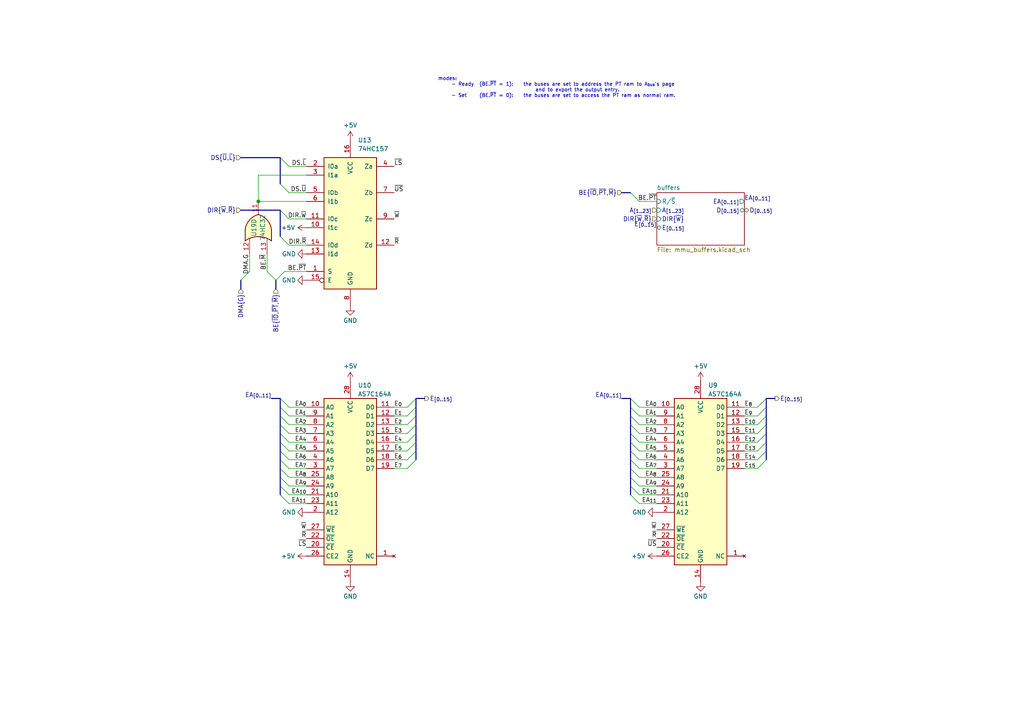
<source format=kicad_sch>
(kicad_sch (version 20250114) (generator "eeschema") (generator_version "9.0")
  (paper "A4")
  (lib_symbols
    (symbol "74xx:74LS157" (pin_names (offset 1.016))
      (property "Reference" "U" (at -7.62 19.05 0))
      (property "Value" "74LS157" (at -7.62 -21.59 0))
      (symbol "74LS157_1_0"
        (pin input line (at -12.7 15.24 0) (length 5.08) (name "I0a") (number "2"))
        (pin input line (at -12.7 12.7 0) (length 5.08) (name "I1a") (number "3"))
        (pin input line (at -12.7 7.62 0) (length 5.08) (name "I0b") (number "5"))
        (pin input line (at -12.7 5.08 0) (length 5.08) (name "I1b") (number "6"))
        (pin input line (at -12.7 0 0) (length 5.08) (name "I0c") (number "11"))
        (pin input line (at -12.7 -2.54 0) (length 5.08) (name "I1c") (number "10"))
        (pin input line (at -12.7 -7.62 0) (length 5.08) (name "I0d") (number "14"))
        (pin input line (at -12.7 -10.16 0) (length 5.08) (name "I1d") (number "13"))
        (pin input line (at -12.7 -15.24 0) (length 5.08) (name "S") (number "1"))
        (pin input inverted (at -12.7 -17.78 0) (length 5.08) (name "E") (number "15"))
        (pin power_in line (at 0 22.86 270) (length 5.08) (name "VCC") (number "16"))
        (pin power_in line (at 0 -25.4 90) (length 5.08) (name "GND") (number "8"))
        (pin output line (at 12.7 15.24 180) (length 5.08) (name "Za") (number "4"))
        (pin output line (at 12.7 7.62 180) (length 5.08) (name "Zb") (number "7"))
        (pin output line (at 12.7 0 180) (length 5.08) (name "Zc") (number "9"))
        (pin output line (at 12.7 -7.62 180) (length 5.08) (name "Zd") (number "12"))
      )
      (symbol "74LS157_1_1"
        (rectangle (start -7.62 17.78) (end 7.62 -20.32) (stroke (width 0.254)) (fill (type background)))
      )
    )
    (symbol "74xx:74LS32" (pin_names (offset 1.016))
      (property "Reference" "U" (at 0 1.27 0))
      (property "Value" "74LS32" (at 0 -1.27 0))
      (symbol "74LS32_1_1"
        (arc (start -3.81 3.81) (mid -2.589 0) (end -3.81 -3.81) (stroke (width 0.254)))
        (polyline (pts (xy -3.81 3.81) (xy -0.635 3.81)) (stroke (width 0.254)) (fill (type background)))
        (polyline (pts (xy -3.81 -3.81) (xy -0.635 -3.81)) (stroke (width 0.254)) (fill (type background)))
        (arc (start 3.81 0) (mid 2.1855 -2.584) (end -0.6096 -3.81) (stroke (width 0.254)) (fill (type background)))
        (arc (start -0.6096 3.81) (mid 2.1928 2.5924) (end 3.81 0) (stroke (width 0.254)) (fill (type background)))
        (polyline (pts (xy -0.635 3.81) (xy -3.81 3.81) (xy -3.81 3.81) (xy -3.556 3.4036) (xy -3.0226 2.2606) (xy -2.6924 1.0414) (xy -2.6162 -0.254) (xy -2.7686 -1.4986) (xy -3.175 -2.7178) (xy -3.81 -3.81) (xy -3.81 -3.81) (xy -0.635 -3.81)) (stroke (width -25.4)) (fill (type background)))
        (pin input line (at -7.62 2.54 0) (length 4.318) (name "~") (number "1"))
        (pin input line (at -7.62 -2.54 0) (length 4.318) (name "~") (number "2"))
        (pin output line (at 7.62 0 180) (length 3.81) (name "~") (number "3"))
      )
      (symbol "74LS32_1_2"
        (arc (start 0 3.81) (mid 3.7934 0) (end 0 -3.81) (stroke (width 0.254)) (fill (type background)))
        (polyline (pts (xy 0 3.81) (xy -3.81 3.81) (xy -3.81 -3.81) (xy 0 -3.81)) (stroke (width 0.254)) (fill (type background)))
        (pin input inverted (at -7.62 2.54 0) (length 3.81) (name "~") (number "1"))
        (pin input inverted (at -7.62 -2.54 0) (length 3.81) (name "~") (number "2"))
        (pin output inverted (at 7.62 0 180) (length 3.81) (name "~") (number "3"))
      )
      (symbol "74LS32_2_1"
        (arc (start -3.81 3.81) (mid -2.589 0) (end -3.81 -3.81) (stroke (width 0.254)))
        (polyline (pts (xy -3.81 3.81) (xy -0.635 3.81)) (stroke (width 0.254)) (fill (type background)))
        (polyline (pts (xy -3.81 -3.81) (xy -0.635 -3.81)) (stroke (width 0.254)) (fill (type background)))
        (arc (start 3.81 0) (mid 2.1855 -2.584) (end -0.6096 -3.81) (stroke (width 0.254)) (fill (type background)))
        (arc (start -0.6096 3.81) (mid 2.1928 2.5924) (end 3.81 0) (stroke (width 0.254)) (fill (type background)))
        (polyline (pts (xy -0.635 3.81) (xy -3.81 3.81) (xy -3.81 3.81) (xy -3.556 3.4036) (xy -3.0226 2.2606) (xy -2.6924 1.0414) (xy -2.6162 -0.254) (xy -2.7686 -1.4986) (xy -3.175 -2.7178) (xy -3.81 -3.81) (xy -3.81 -3.81) (xy -0.635 -3.81)) (stroke (width -25.4)) (fill (type background)))
        (pin input line (at -7.62 2.54 0) (length 4.318) (name "~") (number "4"))
        (pin input line (at -7.62 -2.54 0) (length 4.318) (name "~") (number "5"))
        (pin output line (at 7.62 0 180) (length 3.81) (name "~") (number "6"))
      )
      (symbol "74LS32_2_2"
        (arc (start 0 3.81) (mid 3.7934 0) (end 0 -3.81) (stroke (width 0.254)) (fill (type background)))
        (polyline (pts (xy 0 3.81) (xy -3.81 3.81) (xy -3.81 -3.81) (xy 0 -3.81)) (stroke (width 0.254)) (fill (type background)))
        (pin input inverted (at -7.62 2.54 0) (length 3.81) (name "~") (number "4"))
        (pin input inverted (at -7.62 -2.54 0) (length 3.81) (name "~") (number "5"))
        (pin output inverted (at 7.62 0 180) (length 3.81) (name "~") (number "6"))
      )
      (symbol "74LS32_3_1"
        (arc (start -3.81 3.81) (mid -2.589 0) (end -3.81 -3.81) (stroke (width 0.254)))
        (polyline (pts (xy -3.81 3.81) (xy -0.635 3.81)) (stroke (width 0.254)) (fill (type background)))
        (polyline (pts (xy -3.81 -3.81) (xy -0.635 -3.81)) (stroke (width 0.254)) (fill (type background)))
        (arc (start 3.81 0) (mid 2.1855 -2.584) (end -0.6096 -3.81) (stroke (width 0.254)) (fill (type background)))
        (arc (start -0.6096 3.81) (mid 2.1928 2.5924) (end 3.81 0) (stroke (width 0.254)) (fill (type background)))
        (polyline (pts (xy -0.635 3.81) (xy -3.81 3.81) (xy -3.81 3.81) (xy -3.556 3.4036) (xy -3.0226 2.2606) (xy -2.6924 1.0414) (xy -2.6162 -0.254) (xy -2.7686 -1.4986) (xy -3.175 -2.7178) (xy -3.81 -3.81) (xy -3.81 -3.81) (xy -0.635 -3.81)) (stroke (width -25.4)) (fill (type background)))
        (pin input line (at -7.62 2.54 0) (length 4.318) (name "~") (number "9"))
        (pin input line (at -7.62 -2.54 0) (length 4.318) (name "~") (number "10"))
        (pin output line (at 7.62 0 180) (length 3.81) (name "~") (number "8"))
      )
      (symbol "74LS32_3_2"
        (arc (start 0 3.81) (mid 3.7934 0) (end 0 -3.81) (stroke (width 0.254)) (fill (type background)))
        (polyline (pts (xy 0 3.81) (xy -3.81 3.81) (xy -3.81 -3.81) (xy 0 -3.81)) (stroke (width 0.254)) (fill (type background)))
        (pin input inverted (at -7.62 2.54 0) (length 3.81) (name "~") (number "9"))
        (pin input inverted (at -7.62 -2.54 0) (length 3.81) (name "~") (number "10"))
        (pin output inverted (at 7.62 0 180) (length 3.81) (name "~") (number "8"))
      )
      (symbol "74LS32_4_1"
        (arc (start -3.81 3.81) (mid -2.589 0) (end -3.81 -3.81) (stroke (width 0.254)))
        (polyline (pts (xy -3.81 3.81) (xy -0.635 3.81)) (stroke (width 0.254)) (fill (type background)))
        (polyline (pts (xy -3.81 -3.81) (xy -0.635 -3.81)) (stroke (width 0.254)) (fill (type background)))
        (arc (start 3.81 0) (mid 2.1855 -2.584) (end -0.6096 -3.81) (stroke (width 0.254)) (fill (type background)))
        (arc (start -0.6096 3.81) (mid 2.1928 2.5924) (end 3.81 0) (stroke (width 0.254)) (fill (type background)))
        (polyline (pts (xy -0.635 3.81) (xy -3.81 3.81) (xy -3.81 3.81) (xy -3.556 3.4036) (xy -3.0226 2.2606) (xy -2.6924 1.0414) (xy -2.6162 -0.254) (xy -2.7686 -1.4986) (xy -3.175 -2.7178) (xy -3.81 -3.81) (xy -3.81 -3.81) (xy -0.635 -3.81)) (stroke (width -25.4)) (fill (type background)))
        (pin input line (at -7.62 2.54 0) (length 4.318) (name "~") (number "12"))
        (pin input line (at -7.62 -2.54 0) (length 4.318) (name "~") (number "13"))
        (pin output line (at 7.62 0 180) (length 3.81) (name "~") (number "11"))
      )
      (symbol "74LS32_4_2"
        (arc (start 0 3.81) (mid 3.7934 0) (end 0 -3.81) (stroke (width 0.254)) (fill (type background)))
        (polyline (pts (xy 0 3.81) (xy -3.81 3.81) (xy -3.81 -3.81) (xy 0 -3.81)) (stroke (width 0.254)) (fill (type background)))
        (pin input inverted (at -7.62 2.54 0) (length 3.81) (name "~") (number "12"))
        (pin input inverted (at -7.62 -2.54 0) (length 3.81) (name "~") (number "13"))
        (pin output inverted (at 7.62 0 180) (length 3.81) (name "~") (number "11"))
      )
      (symbol "74LS32_5_0"
        (pin power_in line (at 0 12.7 270) (length 5.08) (name "VCC") (number "14"))
        (pin power_in line (at 0 -12.7 90) (length 5.08) (name "GND") (number "7"))
      )
      (symbol "74LS32_5_1"
        (rectangle (start -5.08 7.62) (end 5.08 -7.62) (stroke (width 0.254)) (fill (type background)))
      )
    )
    (symbol "Memory_RAM:AS7C164A"
      (property "Reference" "U" (at 0 -0.254 0))
      (symbol "AS7C164A_0_1"
        (rectangle (start -7.62 24.13) (end 7.62 -24.13) (stroke (width 0.254)) (fill (type background)))
      )
      (symbol "AS7C164A_1_1"
        (pin input line (at -12.7 21.59 0) (length 5.08) (name "A0") (number "10"))
        (pin input line (at -12.7 19.05 0) (length 5.08) (name "A1") (number "9"))
        (pin input line (at -12.7 16.51 0) (length 5.08) (name "A2") (number "8"))
        (pin input line (at -12.7 13.97 0) (length 5.08) (name "A3") (number "7"))
        (pin input line (at -12.7 11.43 0) (length 5.08) (name "A4") (number "6"))
        (pin input line (at -12.7 8.89 0) (length 5.08) (name "A5") (number "5"))
        (pin input line (at -12.7 6.35 0) (length 5.08) (name "A6") (number "4"))
        (pin input line (at -12.7 3.81 0) (length 5.08) (name "A7") (number "3"))
        (pin input line (at -12.7 1.27 0) (length 5.08) (name "A8") (number "25"))
        (pin input line (at -12.7 -1.27 0) (length 5.08) (name "A9") (number "24"))
        (pin input line (at -12.7 -3.81 0) (length 5.08) (name "A10") (number "21"))
        (pin input line (at -12.7 -6.35 0) (length 5.08) (name "A11") (number "23"))
        (pin input line (at -12.7 -8.89 0) (length 5.08) (name "A12") (number "2"))
        (pin input line (at -12.7 -13.97 0) (length 5.08) (name "~{WE}") (number "27"))
        (pin input line (at -12.7 -16.51 0) (length 5.08) (name "~{OE}") (number "22"))
        (pin input line (at -12.7 -19.05 0) (length 5.08) (name "~{CE}") (number "20"))
        (pin input line (at -12.7 -21.59 0) (length 5.08) (name "CE2") (number "26"))
        (pin power_in line (at 0 29.21 270) (length 5.08) (name "VCC") (number "28"))
        (pin power_in line (at 0 -29.21 90) (length 5.08) (name "GND") (number "14"))
        (pin tri_state line (at 12.7 21.59 180) (length 5.08) (name "D0") (number "11"))
        (pin tri_state line (at 12.7 19.05 180) (length 5.08) (name "D1") (number "12"))
        (pin tri_state line (at 12.7 16.51 180) (length 5.08) (name "D2") (number "13"))
        (pin tri_state line (at 12.7 13.97 180) (length 5.08) (name "D3") (number "15"))
        (pin tri_state line (at 12.7 11.43 180) (length 5.08) (name "D4") (number "16"))
        (pin tri_state line (at 12.7 8.89 180) (length 5.08) (name "D5") (number "17"))
        (pin tri_state line (at 12.7 6.35 180) (length 5.08) (name "D6") (number "18"))
        (pin tri_state line (at 12.7 3.81 180) (length 5.08) (name "D7") (number "19"))
        (pin no_connect line (at 12.7 -21.59 180) (length 5.08) (name "NC") (number "1"))
      )
    )
    (symbol "power:+9V" (power) (pin_numbers (hide yes)) (pin_names (offset 0) (hide yes))
      (property "Value" "+9V" (at 0 3.556 0))
      (symbol "+9V_0_1"
        (polyline (pts (xy -0.762 1.27) (xy 0 2.54)))
        (polyline (pts (xy 0 2.54) (xy 0.762 1.27)))
        (polyline (pts (xy 0 0) (xy 0 2.54)))
      )
      (symbol "+9V_1_1"
        (pin power_in line (at 0 0 90) (length 0) (name "~") (number "1"))
      )
    )
    (symbol "power:GND" (power) (pin_numbers (hide yes)) (pin_names (offset 0) (hide yes))
      (property "Value" "GND" (at 0 -3.81 0))
      (symbol "GND_0_1"
        (polyline (pts (xy 0 0) (xy 0 -1.27) (xy 1.27 -1.27) (xy 0 -2.54) (xy -1.27 -1.27) (xy 0 -1.27)))
      )
      (symbol "GND_1_1"
        (pin power_in line (at 0 0 270) (length 0) (name "~") (number "1"))
      )
    )
  )
  (text "#define PROT_READ	1\n#define PROT_WRITE	2\n#define PROT_EXEC	4\n\n#define _2protmask(prot)	~(prot)\n\nstruct entry {\n	unsigned short physical : 12;\n	unsigned short : 1;\n	unsigned short protmask : 3;\n};\nstruct {struct entry entries[4096];} *pagetable = (void *) 0xe000;\n\n/* example */\npagetable[/* virtual */] = (struct entry) {\n	.physical = /* physical */,\n	.protmask = _2protmask(PROT_READ | PROT_WRITE)\n};" (at 330.2 101.6 0) (effects (font (size 1.016 1.016)) (justify left)))
  (text "actually i wouldn't\nneed a mux for the\n~{R} ~{W} logic\nbut otherwise it\nwould be left unused\nsooo" (at 317.5 63.5 0) (effects (font (size 1.016 1.016)) (justify left)))
  (text "modes:\n	- Ready	(BE.~{PT} = 1):	the buses are set to address the PT ram to A_{bus}'s page\n							and to export the output entry.\n	- Set	(BE.~{PT} = 0):	the buses are set to access the PT ram as normal ram." (at 127 25.4 0) (effects (font (size 1.016 1.016)) (justify left)))
  (junction (at 74.93 58.42))
  (bus_entry (at 83.82 138.43) (size -2.54 -2.54))
  (bus_entry (at 83.82 71.12) (size -2.54 -2.54))
  (bus_entry (at 83.82 143.51) (size -2.54 -2.54))
  (bus_entry (at 219.71 125.73) (size 2.54 -2.54))
  (bus_entry (at 83.82 125.73) (size -2.54 -2.54))
  (bus_entry (at 118.11 128.27) (size 2.54 -2.54))
  (bus_entry (at 83.82 135.89) (size -2.54 -2.54))
  (bus_entry (at 219.71 120.65) (size 2.54 -2.54))
  (bus_entry (at 83.82 130.81) (size -2.54 -2.54))
  (bus_entry (at 185.42 135.89) (size -2.54 -2.54))
  (bus_entry (at 219.71 130.81) (size 2.54 -2.54))
  (bus_entry (at 118.11 135.89) (size 2.54 -2.54))
  (bus_entry (at 185.42 120.65) (size -2.54 -2.54))
  (bus_entry (at 185.42 130.81) (size -2.54 -2.54))
  (bus_entry (at 83.82 128.27) (size -2.54 -2.54))
  (bus_entry (at 83.82 133.35) (size -2.54 -2.54))
  (bus_entry (at 118.11 123.19) (size 2.54 -2.54))
  (bus_entry (at 219.71 118.11) (size 2.54 -2.54))
  (bus_entry (at 219.71 128.27) (size 2.54 -2.54))
  (bus_entry (at 185.42 140.97) (size -2.54 -2.54))
  (bus_entry (at 77.47 78.74) (size 2.54 2.54))
  (bus_entry (at 83.82 118.11) (size -2.54 -2.54))
  (bus_entry (at 82.55 78.74) (size -2.54 2.54))
  (bus_entry (at 185.42 143.51) (size -2.54 -2.54))
  (bus_entry (at 185.42 133.35) (size -2.54 -2.54))
  (bus_entry (at 185.42 125.73) (size -2.54 -2.54))
  (bus_entry (at 83.82 63.5) (size -2.54 -2.54))
  (bus_entry (at 83.82 146.05) (size -2.54 -2.54))
  (bus_entry (at 185.42 58.42) (size -2.54 -2.54))
  (bus_entry (at 83.82 48.26) (size -2.54 -2.54))
  (bus_entry (at 219.71 123.19) (size 2.54 -2.54))
  (bus_entry (at 185.42 128.27) (size -2.54 -2.54))
  (bus_entry (at 72.39 78.74) (size -2.54 2.54))
  (bus_entry (at 118.11 125.73) (size 2.54 -2.54))
  (bus_entry (at 83.82 55.88) (size -2.54 -2.54))
  (bus_entry (at 219.71 133.35) (size 2.54 -2.54))
  (bus_entry (at 185.42 123.19) (size -2.54 -2.54))
  (bus_entry (at 185.42 138.43) (size -2.54 -2.54))
  (bus_entry (at 118.11 118.11) (size 2.54 -2.54))
  (bus_entry (at 185.42 146.05) (size -2.54 -2.54))
  (bus_entry (at 83.82 140.97) (size -2.54 -2.54))
  (bus_entry (at 185.42 118.11) (size -2.54 -2.54))
  (bus_entry (at 83.82 120.65) (size -2.54 -2.54))
  (bus_entry (at 118.11 133.35) (size 2.54 -2.54))
  (bus_entry (at 118.11 130.81) (size 2.54 -2.54))
  (bus_entry (at 219.71 135.89) (size 2.54 -2.54))
  (bus_entry (at 83.82 123.19) (size -2.54 -2.54))
  (bus_entry (at 118.11 120.65) (size 2.54 -2.54))
  (bus (pts (xy 182.88 140.97) (xy 182.88 143.51)))
  (wire (pts (xy 88.9 138.43) (xy 83.82 138.43)))
  (wire (pts (xy 190.5 118.11) (xy 185.42 118.11)))
  (wire (pts (xy 114.3 130.81) (xy 118.11 130.81)))
  (wire (pts (xy 215.9 118.11) (xy 219.71 118.11)))
  (bus (pts (xy 182.88 118.11) (xy 182.88 120.65)))
  (bus (pts (xy 69.85 45.72) (xy 81.28 45.72)))
  (wire (pts (xy 190.5 125.73) (xy 185.42 125.73)))
  (bus (pts (xy 222.25 130.81) (xy 222.25 128.27)))
  (bus (pts (xy 182.88 128.27) (xy 182.88 130.81)))
  (bus (pts (xy 81.28 140.97) (xy 81.28 143.51)))
  (bus (pts (xy 69.85 60.96) (xy 81.28 60.96)))
  (wire (pts (xy 88.9 143.51) (xy 83.82 143.51)))
  (wire (pts (xy 74.93 58.42) (xy 88.9 58.42)))
  (bus (pts (xy 182.88 125.73) (xy 182.88 128.27)))
  (bus (pts (xy 222.25 128.27) (xy 222.25 125.73)))
  (wire (pts (xy 114.3 125.73) (xy 118.11 125.73)))
  (wire (pts (xy 88.9 128.27) (xy 83.82 128.27)))
  (wire (pts (xy 215.9 125.73) (xy 219.71 125.73)))
  (bus (pts (xy 222.25 123.19) (xy 222.25 120.65)))
  (bus (pts (xy 81.28 128.27) (xy 81.28 130.81)))
  (wire (pts (xy 114.3 123.19) (xy 118.11 123.19)))
  (wire (pts (xy 88.9 133.35) (xy 83.82 133.35)))
  (wire (pts (xy 190.5 133.35) (xy 185.42 133.35)))
  (bus (pts (xy 182.88 120.65) (xy 182.88 123.19)))
  (bus (pts (xy 81.28 120.65) (xy 81.28 123.19)))
  (wire (pts (xy 215.9 130.81) (xy 219.71 130.81)))
  (wire (pts (xy 88.9 125.73) (xy 83.82 125.73)))
  (bus (pts (xy 182.88 123.19) (xy 182.88 125.73)))
  (bus (pts (xy 182.88 130.81) (xy 182.88 133.35)))
  (bus (pts (xy 81.28 115.57) (xy 81.28 118.11)))
  (wire (pts (xy 190.5 130.81) (xy 185.42 130.81)))
  (wire (pts (xy 88.9 130.81) (xy 83.82 130.81)))
  (bus (pts (xy 81.28 60.96) (xy 81.28 68.58)))
  (bus (pts (xy 81.28 125.73) (xy 81.28 128.27)))
  (wire (pts (xy 185.42 58.42) (xy 190.5 58.42)))
  (wire (pts (xy 114.3 133.35) (xy 118.11 133.35)))
  (bus (pts (xy 180.34 55.88) (xy 182.88 55.88)))
  (wire (pts (xy 215.9 120.65) (xy 219.71 120.65)))
  (wire (pts (xy 190.5 128.27) (xy 185.42 128.27)))
  (wire (pts (xy 114.3 118.11) (xy 118.11 118.11)))
  (bus (pts (xy 81.28 138.43) (xy 81.28 140.97)))
  (bus (pts (xy 222.25 118.11) (xy 222.25 115.57)))
  (wire (pts (xy 190.5 123.19) (xy 185.42 123.19)))
  (wire (pts (xy 190.5 140.97) (xy 185.42 140.97)))
  (wire (pts (xy 190.5 135.89) (xy 185.42 135.89)))
  (bus (pts (xy 120.65 123.19) (xy 120.65 120.65)))
  (wire (pts (xy 72.39 78.74) (xy 72.39 73.66)))
  (bus (pts (xy 81.28 133.35) (xy 81.28 135.89)))
  (bus (pts (xy 182.88 115.57) (xy 182.88 118.11)))
  (bus (pts (xy 182.88 135.89) (xy 182.88 138.43)))
  (wire (pts (xy 88.9 48.26) (xy 83.82 48.26)))
  (bus (pts (xy 69.85 83.82) (xy 69.85 81.28)))
  (wire (pts (xy 88.9 146.05) (xy 83.82 146.05)))
  (bus (pts (xy 81.28 118.11) (xy 81.28 120.65)))
  (wire (pts (xy 114.3 135.89) (xy 118.11 135.89)))
  (bus (pts (xy 81.28 135.89) (xy 81.28 138.43)))
  (bus (pts (xy 123.19 115.57) (xy 120.65 115.57)))
  (bus (pts (xy 222.25 125.73) (xy 222.25 123.19)))
  (bus (pts (xy 180.34 115.57) (xy 182.88 115.57)))
  (bus (pts (xy 81.28 45.72) (xy 81.28 53.34)))
  (wire (pts (xy 190.5 146.05) (xy 185.42 146.05)))
  (wire (pts (xy 215.9 135.89) (xy 219.71 135.89)))
  (wire (pts (xy 114.3 120.65) (xy 118.11 120.65)))
  (wire (pts (xy 88.9 118.11) (xy 83.82 118.11)))
  (wire (pts (xy 74.93 50.8) (xy 74.93 58.42)))
  (bus (pts (xy 182.88 133.35) (xy 182.88 135.89)))
  (bus (pts (xy 224.79 115.57) (xy 222.25 115.57)))
  (wire (pts (xy 88.9 63.5) (xy 83.82 63.5)))
  (wire (pts (xy 88.9 135.89) (xy 83.82 135.89)))
  (wire (pts (xy 190.5 143.51) (xy 185.42 143.51)))
  (wire (pts (xy 88.9 50.8) (xy 74.93 50.8)))
  (bus (pts (xy 222.25 120.65) (xy 222.25 118.11)))
  (bus (pts (xy 120.65 128.27) (xy 120.65 125.73)))
  (bus (pts (xy 81.28 130.81) (xy 81.28 133.35)))
  (bus (pts (xy 120.65 120.65) (xy 120.65 118.11)))
  (wire (pts (xy 88.9 71.12) (xy 83.82 71.12)))
  (bus (pts (xy 182.88 138.43) (xy 182.88 140.97)))
  (wire (pts (xy 215.9 128.27) (xy 219.71 128.27)))
  (wire (pts (xy 190.5 138.43) (xy 185.42 138.43)))
  (bus (pts (xy 80.01 81.28) (xy 80.01 83.82)))
  (wire (pts (xy 88.9 120.65) (xy 83.82 120.65)))
  (wire (pts (xy 82.55 78.74) (xy 88.9 78.74)))
  (wire (pts (xy 114.3 128.27) (xy 118.11 128.27)))
  (wire (pts (xy 77.47 78.74) (xy 77.47 73.66)))
  (wire (pts (xy 88.9 123.19) (xy 83.82 123.19)))
  (bus (pts (xy 81.28 123.19) (xy 81.28 125.73)))
  (bus (pts (xy 120.65 125.73) (xy 120.65 123.19)))
  (bus (pts (xy 120.65 133.35) (xy 120.65 130.81)))
  (bus (pts (xy 120.65 130.81) (xy 120.65 128.27)))
  (wire (pts (xy 215.9 133.35) (xy 219.71 133.35)))
  (wire (pts (xy 190.5 120.65) (xy 185.42 120.65)))
  (wire (pts (xy 215.9 123.19) (xy 219.71 123.19)))
  (bus (pts (xy 120.65 118.11) (xy 120.65 115.57)))
  (bus (pts (xy 78.74 115.57) (xy 81.28 115.57)))
  (wire (pts (xy 88.9 140.97) (xy 83.82 140.97)))
  (wire (pts (xy 88.9 55.88) (xy 83.82 55.88)))
  (bus (pts (xy 222.25 133.35) (xy 222.25 130.81)))
  (label "E_{5}" (at 114.3 130.81 0))
  (label "BE.~{PT}" (at 190.5 58.42 180))
  (label "E_{14}" (at 215.9 133.35 0))
  (label "~{R}" (at 190.5 156.21 180))
  (label "EA_{11}" (at 190.5 146.05 180))
  (label "E_{10}" (at 215.9 123.19 0))
  (label "EA_{[0..11]}" (at 180.34 115.57 180))
  (label "EA_{8}" (at 190.5 138.43 180))
  (label "~{W}" (at 88.9 153.67 180))
  (label "E_{3}" (at 114.3 125.73 0))
  (label "E_{13}" (at 215.9 130.81 0))
  (label "EA_{7}" (at 190.5 135.89 180))
  (label "EA_{11}" (at 88.9 146.05 180))
  (label "E_{7}" (at 114.3 135.89 0))
  (label "EA_{10}" (at 190.5 143.51 180))
  (label "~{US}" (at 190.5 158.75 180))
  (label "EA_{3}" (at 190.5 125.73 180))
  (label "EA_{1}" (at 190.5 120.65 180))
  (label "EA_{10}" (at 88.9 143.51 180))
  (label "E_{9}" (at 215.9 120.65 0))
  (label "EA_{1}" (at 88.9 120.65 180))
  (label "BE.~{M}" (at 77.47 73.66 270))
  (label "EA_{[0..11]}" (at 78.74 115.57 180))
  (label "E_{12}" (at 215.9 128.27 0))
  (label "E_{6}" (at 114.3 133.35 0))
  (label "~{R}" (at 88.9 156.21 180))
  (label "EA_{2}" (at 88.9 123.19 180))
  (label "EA_{7}" (at 88.9 135.89 180))
  (label "~{W}" (at 114.3 63.5 0))
  (label "EA_{5}" (at 88.9 130.81 180))
  (label "EA_{3}" (at 88.9 125.73 180))
  (label "DIR.~{W}" (at 88.9 63.5 180))
  (label "~{LS}" (at 114.3 48.26 0))
  (label "EA_{6}" (at 190.5 133.35 180))
  (label "EA_{4}" (at 88.9 128.27 180))
  (label "EA_{9}" (at 190.5 140.97 180))
  (label "~{US}" (at 114.3 55.88 0))
  (label "EA_{8}" (at 88.9 138.43 180))
  (label "DIR.~{R}" (at 88.9 71.12 180))
  (label "DMA.G" (at 72.39 73.66 270))
  (label "~{LS}" (at 88.9 158.75 180))
  (label "BE.~{PT}" (at 88.9 78.74 180))
  (label "E_{4}" (at 114.3 128.27 0))
  (label "EA_{9}" (at 88.9 140.97 180))
  (label "EA_{0}" (at 190.5 118.11 180))
  (label "EA_{6}" (at 88.9 133.35 180))
  (label "E_{8}" (at 215.9 118.11 0))
  (label "~{R}" (at 114.3 71.12 0))
  (label "E_{11}" (at 215.9 125.73 0))
  (label "~{W}" (at 190.5 153.67 180))
  (label "E_{[0..15]}" (at 190.5 66.04 180))
  (label "EA_{4}" (at 190.5 128.27 180))
  (label "E_{0}" (at 114.3 118.11 0))
  (label "EA_{2}" (at 190.5 123.19 180))
  (label "EA_{5}" (at 190.5 130.81 180))
  (label "EA_{0}" (at 88.9 118.11 180))
  (label "E_{15}" (at 215.9 135.89 0))
  (label "DS.~{U}" (at 88.9 55.88 180))
  (label "E_{2}" (at 114.3 123.19 0))
  (label "E_{1}" (at 114.3 120.65 0))
  (label "EA_{[0..11]}" (at 215.9 58.42 0))
  (label "DS.~{L}" (at 88.9 48.26 180))
  (hierarchical_label "BE{~{IO},~{PT},~{M}}" (shape input) (at 80.01 83.82 270))
  (hierarchical_label "E_{[0..15]}" (shape output) (at 224.79 115.57 0))
  (hierarchical_label "D_{[0..15]}" (shape bidirectional) (at 215.9 60.96 0))
  (hierarchical_label "E_{[0..15]}" (shape output) (at 123.19 115.57 0))
  (hierarchical_label "DIR{~{W},~{R}}" (shape input) (at 190.5 63.5 180))
  (hierarchical_label "A_{[1..23]}" (shape input) (at 190.5 60.96 180))
  (hierarchical_label "BE{~{IO},~{PT},~{M}}" (shape input) (at 180.34 55.88 180))
  (hierarchical_label "DIR{~{W},~{R}}" (shape input) (at 69.85 60.96 180))
  (hierarchical_label "DMA{G}" (shape input) (at 69.85 83.82 270))
  (hierarchical_label "DS{~{U},~{L}}" (shape input) (at 69.85 45.72 180))
  (symbol (lib_id "74xx:74LS32") (at 74.93 66.04 90) (unit 4)
    (property "Reference" "U19" (at 73.66 66.04 0))
    (property "Value" "74HC32" (at 76.2 66.04 0))
    (property "Footprint" "Package_DIP:DIP-14_W7.62mm" (effects (hide yes)))
  )
  (symbol (lib_id "power:+9V") (at 88.9 161.29 90) (mirror x) (unit 1)
    (property "Reference" "#PWR0227" (effects (hide yes)))
    (property "Value" "+5V" (at 85.598 161.29 90) (effects (justify left)))
    (property "Description" "Power symbol creates a global label with name \"+9V\"" (effects (hide yes)))
  )
  (symbol (lib_id "power:GND") (at 203.2 168.91 0) (mirror y) (unit 1)
    (property "Reference" "#PWR061" (effects (hide yes)))
    (property "Value" "GND" (at 203.2 172.974 0))
    (property "Description" "Power symbol creates a global label with name \"GND\" , ground" (effects (hide yes)))
  )
  (symbol (lib_id "power:GND") (at 101.6 168.91 0) (mirror y) (unit 1)
    (property "Reference" "#PWR051" (effects (hide yes)))
    (property "Value" "GND" (at 101.6 172.974 0))
    (property "Description" "Power symbol creates a global label with name \"GND\" , ground" (effects (hide yes)))
  )
  (symbol (lib_id "power:GND") (at 88.9 148.59 270) (unit 1)
    (property "Reference" "#PWR077" (effects (hide yes)))
    (property "Value" "GND" (at 85.852 148.59 90) (effects (justify right)))
    (property "Description" "Power symbol creates a global label with name \"GND\" , ground" (effects (hide yes)))
  )
  (symbol (lib_id "Memory_RAM:AS7C164A") (at 203.2 139.7 0) (unit 1)
    (property "Reference" "U9" (at 205.3941 111.76 0) (effects (justify left)))
    (property "Value" "AS7C164A" (at 205.3941 114.3 0) (effects (justify left)))
    (property "Footprint" "Package_DIP:DIP-28_W7.62mm" (effects (hide yes)))
  )
  (symbol (lib_id "power:+9V") (at 190.5 161.29 90) (mirror x) (unit 1)
    (property "Reference" "#PWR0297" (effects (hide yes)))
    (property "Value" "+5V" (at 187.198 161.29 90) (effects (justify left)))
    (property "Description" "Power symbol creates a global label with name \"+9V\"" (effects (hide yes)))
  )
  (symbol (lib_id "74xx:74LS157") (at 101.6 63.5 0) (unit 1)
    (property "Reference" "U13" (at 103.7941 40.64 0) (effects (justify left)))
    (property "Value" "74HC157" (at 103.7941 43.18 0) (effects (justify left)))
    (property "Footprint" "Package_DIP:DIP-16_W7.62mm" (effects (hide yes)))
  )
  (symbol (lib_id "power:+9V") (at 101.6 110.49 0) (unit 1)
    (property "Reference" "#PWR075" (effects (hide yes)))
    (property "Value" "+5V" (at 101.6 106.172 0))
    (property "Description" "Power symbol creates a global label with name \"+9V\"" (effects (hide yes)))
  )
  (symbol (lib_id "power:+9V") (at 101.6 40.64 0) (unit 1)
    (property "Reference" "#PWR030" (effects (hide yes)))
    (property "Value" "+5V" (at 101.6 36.322 0))
    (property "Description" "Power symbol creates a global label with name \"+9V\"" (effects (hide yes)))
  )
  (symbol (lib_id "power:GND") (at 101.6 88.9 0) (mirror y) (unit 1)
    (property "Reference" "#PWR041" (effects (hide yes)))
    (property "Value" "GND" (at 101.6 92.964 0))
    (property "Description" "Power symbol creates a global label with name \"GND\" , ground" (effects (hide yes)))
  )
  (symbol (lib_id "power:GND") (at 88.9 81.28 270) (unit 1)
    (property "Reference" "#PWR039" (effects (hide yes)))
    (property "Value" "GND" (at 85.852 81.28 90) (effects (justify right)))
    (property "Description" "Power symbol creates a global label with name \"GND\" , ground" (effects (hide yes)))
  )
  (symbol (lib_id "power:+9V") (at 203.2 110.49 0) (unit 1)
    (property "Reference" "#PWR043" (effects (hide yes)))
    (property "Value" "+5V" (at 203.2 106.172 0))
    (property "Description" "Power symbol creates a global label with name \"+9V\"" (effects (hide yes)))
  )
  (symbol (lib_id "power:GND") (at 88.9 73.66 270) (unit 1)
    (property "Reference" "#PWR038" (effects (hide yes)))
    (property "Value" "GND" (at 85.852 73.66 90) (effects (justify right)))
    (property "Description" "Power symbol creates a global label with name \"GND\" , ground" (effects (hide yes)))
  )
  (symbol (lib_id "Memory_RAM:AS7C164A") (at 101.6 139.7 0) (unit 1)
    (property "Reference" "U10" (at 103.7941 111.76 0) (effects (justify left)))
    (property "Value" "AS7C164A" (at 103.7941 114.3 0) (effects (justify left)))
    (property "Footprint" "Package_DIP:DIP-28_W7.62mm" (effects (hide yes)))
  )
  (symbol (lib_id "power:+9V") (at 88.9 66.04 90) (mirror x) (unit 1)
    (property "Reference" "#PWR037" (effects (hide yes)))
    (property "Value" "+5V" (at 85.598 66.04 90) (effects (justify left)))
    (property "Description" "Power symbol creates a global label with name \"+9V\"" (effects (hide yes)))
  )
  (symbol (lib_id "power:GND") (at 190.5 148.59 270) (unit 1)
    (property "Reference" "#PWR044" (effects (hide yes)))
    (property "Value" "GND" (at 187.452 148.59 90) (effects (justify right)))
    (property "Description" "Power symbol creates a global label with name \"GND\" , ground" (effects (hide yes)))
  )
  (sheet (at 190.5 55.88) (size 25.4 15.24) (stroke (width 0.1524))
    (property "Sheetname" "buffers" (at 190.5 55.1684 0) (effects (justify left bottom)))
    (property "Sheetfile" "mmu_buffers.kicad_sch" (at 190.5 71.7046 0) (effects (justify left top)))
    (pin "E_{[0..15]}" bidirectional (at 190.5 66.04 180))
    (pin "D_{[0..15]}" bidirectional (at 215.9 60.96 0))
    (pin "R/~{S}" input (at 190.5 58.42 180))
    (pin "DIR{~{W}}" input (at 190.5 63.5 180))
    (pin "EA_{[0..11]}" output (at 215.9 58.42 0))
    (pin "A_{[1..23]}" input (at 190.5 60.96 180))
  )
)
</source>
